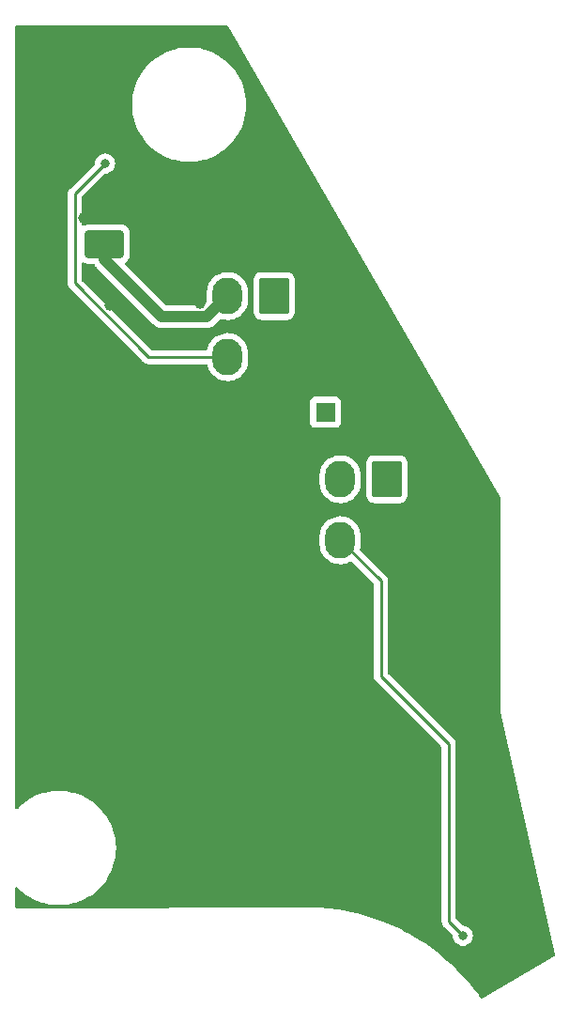
<source format=gbr>
%TF.GenerationSoftware,KiCad,Pcbnew,(6.0.9)*%
%TF.CreationDate,2023-04-01T14:25:18-08:00*%
%TF.ProjectId,LDG WING FOLD PLACARD,4c444720-5749-44e4-9720-464f4c442050,3*%
%TF.SameCoordinates,Original*%
%TF.FileFunction,Copper,L2,Bot*%
%TF.FilePolarity,Positive*%
%FSLAX46Y46*%
G04 Gerber Fmt 4.6, Leading zero omitted, Abs format (unit mm)*
G04 Created by KiCad (PCBNEW (6.0.9)) date 2023-04-01 14:25:18*
%MOMM*%
%LPD*%
G01*
G04 APERTURE LIST*
G04 Aperture macros list*
%AMRoundRect*
0 Rectangle with rounded corners*
0 $1 Rounding radius*
0 $2 $3 $4 $5 $6 $7 $8 $9 X,Y pos of 4 corners*
0 Add a 4 corners polygon primitive as box body*
4,1,4,$2,$3,$4,$5,$6,$7,$8,$9,$2,$3,0*
0 Add four circle primitives for the rounded corners*
1,1,$1+$1,$2,$3*
1,1,$1+$1,$4,$5*
1,1,$1+$1,$6,$7*
1,1,$1+$1,$8,$9*
0 Add four rect primitives between the rounded corners*
20,1,$1+$1,$2,$3,$4,$5,0*
20,1,$1+$1,$4,$5,$6,$7,0*
20,1,$1+$1,$6,$7,$8,$9,0*
20,1,$1+$1,$8,$9,$2,$3,0*%
G04 Aperture macros list end*
%TA.AperFunction,SMDPad,CuDef*%
%ADD10RoundRect,0.250000X-1.500000X-1.000000X1.500000X-1.000000X1.500000X1.000000X-1.500000X1.000000X0*%
%TD*%
%TA.AperFunction,ComponentPad*%
%ADD11C,1.800000*%
%TD*%
%TA.AperFunction,ComponentPad*%
%ADD12R,1.800000X1.800000*%
%TD*%
%TA.AperFunction,ComponentPad*%
%ADD13O,2.700000X3.300000*%
%TD*%
%TA.AperFunction,ComponentPad*%
%ADD14RoundRect,0.250001X1.099999X1.399999X-1.099999X1.399999X-1.099999X-1.399999X1.099999X-1.399999X0*%
%TD*%
%TA.AperFunction,ViaPad*%
%ADD15C,1.000000*%
%TD*%
%TA.AperFunction,ViaPad*%
%ADD16C,0.800000*%
%TD*%
%TA.AperFunction,Conductor*%
%ADD17C,1.000000*%
%TD*%
%TA.AperFunction,Conductor*%
%ADD18C,0.250000*%
%TD*%
G04 APERTURE END LIST*
D10*
%TO.P,C1,1*%
%TO.N,/LED+5V*%
X156414400Y-41554400D03*
%TO.P,C1,2*%
%TO.N,/LEDGND*%
X162914400Y-41554400D03*
%TD*%
D11*
%TO.P,D1,2,A*%
%TO.N,/LEDGND*%
X178865000Y-56700000D03*
D12*
%TO.P,D1,1,K*%
%TO.N,Net-(D1-Pad1)*%
X176325000Y-56700000D03*
%TD*%
D13*
%TO.P,J1,4,Pin_4*%
%TO.N,/DATAIN*%
X167504000Y-51728000D03*
%TO.P,J1,3,Pin_3*%
%TO.N,/LEDGND*%
X171704000Y-51728000D03*
%TO.P,J1,2,Pin_2*%
%TO.N,/LED+5V*%
X167504000Y-46228000D03*
D14*
%TO.P,J1,1,Pin_1*%
X171704000Y-46228000D03*
%TD*%
%TO.P,J2,1,Pin_1*%
%TO.N,/LED+5V*%
X181864000Y-62738000D03*
D13*
%TO.P,J2,2,Pin_2*%
X177664000Y-62738000D03*
%TO.P,J2,3,Pin_3*%
%TO.N,/LEDGND*%
X181864000Y-68238000D03*
%TO.P,J2,4,Pin_4*%
%TO.N,/DATAOUT*%
X177664000Y-68238000D03*
%TD*%
D15*
%TO.N,/LEDGND*%
X157020000Y-53730000D03*
X164280000Y-53830000D03*
X164460000Y-61180000D03*
X157210000Y-61110000D03*
X154545000Y-39217600D03*
X162190000Y-39730000D03*
X170140000Y-60020000D03*
X153870000Y-79060000D03*
X157300000Y-69750000D03*
X161800000Y-78960000D03*
X158800000Y-87980000D03*
X178050000Y-78820000D03*
X186725000Y-77045000D03*
X170110000Y-79060000D03*
X165550000Y-69050000D03*
X164980000Y-46910000D03*
X184050000Y-88200000D03*
X169570000Y-39750000D03*
X173760000Y-69600000D03*
X194070000Y-105350000D03*
X156930000Y-47050000D03*
X178480000Y-98580000D03*
X166760000Y-87900000D03*
X175540000Y-87960000D03*
D16*
%TO.N,/DATAIN*%
X156464000Y-34290000D03*
%TO.N,/DATAOUT*%
X188722000Y-103886000D03*
%TD*%
D17*
%TO.N,/LED+5V*%
X165621999Y-48110001D02*
X167504000Y-46228000D01*
X156414400Y-42939400D02*
X161585001Y-48110001D01*
X156414400Y-41554400D02*
X156414400Y-42939400D01*
X161585001Y-48110001D02*
X165621999Y-48110001D01*
D18*
%TO.N,/DATAIN*%
X156464000Y-34290000D02*
X156464000Y-34290000D01*
X160386998Y-51728000D02*
X167504000Y-51728000D01*
X153719999Y-37034001D02*
X153719999Y-45061001D01*
X156464000Y-34290000D02*
X153719999Y-37034001D01*
X153719999Y-45061001D02*
X160386998Y-51728000D01*
%TO.N,/DATAOUT*%
X188722000Y-103886000D02*
X188722000Y-103886000D01*
X187452000Y-86614000D02*
X187452000Y-102616000D01*
X181325000Y-80487000D02*
X187452000Y-86614000D01*
X181325000Y-71899000D02*
X177664000Y-68238000D01*
X187452000Y-102616000D02*
X188722000Y-103886000D01*
X181325000Y-80487000D02*
X181325000Y-71899000D01*
%TD*%
%TA.AperFunction,Conductor*%
%TO.N,/LEDGND*%
G36*
X167551265Y-21893049D02*
G01*
X167592263Y-21936047D01*
X174611545Y-34093794D01*
X192044396Y-64288364D01*
X192089105Y-64365803D01*
X192105986Y-64428803D01*
X192105986Y-83524691D01*
X192104574Y-83537558D01*
X192104893Y-83537582D01*
X192104208Y-83546525D01*
X192102259Y-83555292D01*
X192102849Y-83564251D01*
X192105714Y-83607752D01*
X192105986Y-83616032D01*
X192105986Y-83631051D01*
X192106621Y-83635488D01*
X192106622Y-83635498D01*
X192107641Y-83642613D01*
X192108640Y-83652185D01*
X192109614Y-83666968D01*
X192110679Y-83671723D01*
X192112745Y-83680953D01*
X192114517Y-83690618D01*
X192121406Y-83738725D01*
X192125119Y-83746891D01*
X192126384Y-83751217D01*
X192132674Y-83769972D01*
X194665648Y-95084549D01*
X197014630Y-105577252D01*
X197009992Y-105648097D01*
X196967790Y-105705188D01*
X196955398Y-105713475D01*
X190559027Y-109463071D01*
X190497078Y-109499386D01*
X190428195Y-109516580D01*
X190360951Y-109493804D01*
X190330224Y-109463071D01*
X190186255Y-109257947D01*
X190186252Y-109257943D01*
X190185473Y-109256833D01*
X189669107Y-108584996D01*
X189124133Y-107936149D01*
X188678509Y-107449991D01*
X188552501Y-107312522D01*
X188552494Y-107312515D01*
X188551574Y-107311511D01*
X188550628Y-107310564D01*
X188550612Y-107310548D01*
X188147335Y-106907146D01*
X187952502Y-106712252D01*
X187951508Y-106711340D01*
X187951491Y-106711324D01*
X187329055Y-106140426D01*
X187329052Y-106140423D01*
X187328042Y-106139497D01*
X186679366Y-105594321D01*
X186007691Y-105077746D01*
X186006572Y-105076960D01*
X186006561Y-105076952D01*
X185315405Y-104591534D01*
X185314276Y-104590741D01*
X185025388Y-104405992D01*
X184601552Y-104134942D01*
X184601531Y-104134929D01*
X184600422Y-104134220D01*
X184183842Y-103892565D01*
X183868634Y-103709715D01*
X183868626Y-103709711D01*
X183867470Y-103709040D01*
X183507812Y-103520729D01*
X183118020Y-103316640D01*
X183118004Y-103316632D01*
X183116793Y-103315998D01*
X182349800Y-102955831D01*
X182313328Y-102940595D01*
X182125142Y-102861983D01*
X181567931Y-102629215D01*
X181566688Y-102628758D01*
X181566673Y-102628752D01*
X180773906Y-102337225D01*
X180773886Y-102337218D01*
X180772651Y-102336764D01*
X179965453Y-102079025D01*
X179964143Y-102078668D01*
X179964128Y-102078664D01*
X179487899Y-101949040D01*
X179147851Y-101856482D01*
X179134192Y-101853393D01*
X178322716Y-101669855D01*
X178322699Y-101669851D01*
X178321379Y-101669553D01*
X178320026Y-101669308D01*
X178320021Y-101669307D01*
X177996461Y-101610724D01*
X177487588Y-101518588D01*
X176648042Y-101403870D01*
X176646724Y-101403748D01*
X176646700Y-101403745D01*
X175826619Y-101327684D01*
X175820559Y-101326914D01*
X175816871Y-101326021D01*
X175812030Y-101325618D01*
X175812029Y-101325618D01*
X175811339Y-101325561D01*
X175804361Y-101324980D01*
X175799510Y-101325327D01*
X175799506Y-101325327D01*
X175753019Y-101328653D01*
X175744318Y-101328974D01*
X148462790Y-101391794D01*
X148394624Y-101371949D01*
X148348007Y-101318400D01*
X148336500Y-101265794D01*
X148336500Y-99608366D01*
X148356502Y-99540245D01*
X148410158Y-99493752D01*
X148480432Y-99483648D01*
X148545012Y-99513142D01*
X148555397Y-99523242D01*
X148646426Y-99622583D01*
X148648446Y-99624434D01*
X148975991Y-99924573D01*
X148975999Y-99924580D01*
X148978027Y-99926438D01*
X148980219Y-99928120D01*
X149332668Y-100198565D01*
X149332680Y-100198573D01*
X149334848Y-100200237D01*
X149714175Y-100441895D01*
X150113120Y-100649572D01*
X150528647Y-100821690D01*
X150802010Y-100907881D01*
X150954971Y-100956109D01*
X150954978Y-100956111D01*
X150957595Y-100956936D01*
X150960280Y-100957531D01*
X150960279Y-100957531D01*
X151393999Y-101053685D01*
X151394002Y-101053686D01*
X151396697Y-101054283D01*
X151399427Y-101054642D01*
X151399436Y-101054644D01*
X151619655Y-101083636D01*
X151842613Y-101112989D01*
X152111404Y-101124724D01*
X152174996Y-101127501D01*
X152175001Y-101127501D01*
X152176373Y-101127561D01*
X152407523Y-101127561D01*
X152408895Y-101127501D01*
X152408900Y-101127501D01*
X152472492Y-101124724D01*
X152741283Y-101112989D01*
X152964241Y-101083636D01*
X153184460Y-101054644D01*
X153184469Y-101054642D01*
X153187199Y-101054283D01*
X153189894Y-101053686D01*
X153189897Y-101053685D01*
X153623617Y-100957531D01*
X153623616Y-100957531D01*
X153626301Y-100956936D01*
X153628918Y-100956111D01*
X153628925Y-100956109D01*
X153781886Y-100907881D01*
X154055249Y-100821690D01*
X154470776Y-100649572D01*
X154869721Y-100441895D01*
X155249048Y-100200237D01*
X155251216Y-100198573D01*
X155251228Y-100198565D01*
X155603677Y-99928120D01*
X155605869Y-99926438D01*
X155607897Y-99924580D01*
X155607905Y-99924573D01*
X155935450Y-99624434D01*
X155937470Y-99622583D01*
X156037754Y-99513142D01*
X156239460Y-99293018D01*
X156239467Y-99293010D01*
X156241325Y-99290982D01*
X156247396Y-99283070D01*
X156513452Y-98936341D01*
X156513460Y-98936329D01*
X156515124Y-98934161D01*
X156756782Y-98554834D01*
X156964459Y-98155889D01*
X157136577Y-97740362D01*
X157271823Y-97311414D01*
X157369170Y-96872312D01*
X157427876Y-96426396D01*
X157447494Y-95977061D01*
X157427876Y-95527726D01*
X157369170Y-95081810D01*
X157271823Y-94642708D01*
X157136577Y-94213760D01*
X156964459Y-93798233D01*
X156756782Y-93399288D01*
X156515124Y-93019961D01*
X156513460Y-93017793D01*
X156513452Y-93017781D01*
X156243007Y-92665332D01*
X156241325Y-92663140D01*
X156239467Y-92661112D01*
X156239460Y-92661104D01*
X155939321Y-92333559D01*
X155937470Y-92331539D01*
X155935450Y-92329688D01*
X155607905Y-92029549D01*
X155607897Y-92029542D01*
X155605869Y-92027684D01*
X155603677Y-92026002D01*
X155251228Y-91755557D01*
X155251216Y-91755549D01*
X155249048Y-91753885D01*
X154869721Y-91512227D01*
X154470776Y-91304550D01*
X154055249Y-91132432D01*
X153781886Y-91046241D01*
X153628925Y-90998013D01*
X153628918Y-90998011D01*
X153626301Y-90997186D01*
X153542323Y-90978568D01*
X153189897Y-90900437D01*
X153189894Y-90900436D01*
X153187199Y-90899839D01*
X153184469Y-90899480D01*
X153184460Y-90899478D01*
X152964241Y-90870486D01*
X152741283Y-90841133D01*
X152472492Y-90829398D01*
X152408900Y-90826621D01*
X152408895Y-90826621D01*
X152407523Y-90826561D01*
X152176373Y-90826561D01*
X152175001Y-90826621D01*
X152174996Y-90826621D01*
X152111404Y-90829398D01*
X151842613Y-90841133D01*
X151619655Y-90870486D01*
X151399436Y-90899478D01*
X151399427Y-90899480D01*
X151396697Y-90899839D01*
X151394002Y-90900436D01*
X151393999Y-90900437D01*
X151041573Y-90978568D01*
X150957595Y-90997186D01*
X150954978Y-90998011D01*
X150954971Y-90998013D01*
X150802010Y-91046241D01*
X150528647Y-91132432D01*
X150113120Y-91304550D01*
X149714175Y-91512227D01*
X149334848Y-91753885D01*
X149332680Y-91755549D01*
X149332668Y-91755557D01*
X148980219Y-92026002D01*
X148978027Y-92027684D01*
X148975999Y-92029542D01*
X148975991Y-92029549D01*
X148648446Y-92329688D01*
X148646426Y-92331539D01*
X148644575Y-92333559D01*
X148555397Y-92430880D01*
X148494628Y-92467591D01*
X148423659Y-92465620D01*
X148365022Y-92425593D01*
X148337333Y-92360218D01*
X148336500Y-92345756D01*
X148336500Y-68606512D01*
X175805500Y-68606512D01*
X175820047Y-68807004D01*
X175821031Y-68811459D01*
X175821031Y-68811462D01*
X175859196Y-68984322D01*
X175878194Y-69070372D01*
X175973750Y-69322588D01*
X176104714Y-69558368D01*
X176268343Y-69772773D01*
X176461208Y-69961312D01*
X176679270Y-70120034D01*
X176733273Y-70148446D01*
X176913921Y-70243490D01*
X176913927Y-70243493D01*
X176917961Y-70245615D01*
X176922266Y-70247135D01*
X176922270Y-70247137D01*
X177167967Y-70333902D01*
X177172280Y-70335425D01*
X177300032Y-70360605D01*
X177432428Y-70386700D01*
X177432434Y-70386701D01*
X177436900Y-70387581D01*
X177441453Y-70387808D01*
X177441456Y-70387808D01*
X177701708Y-70400764D01*
X177701714Y-70400764D01*
X177706277Y-70400991D01*
X177974769Y-70375375D01*
X177979203Y-70374290D01*
X177979209Y-70374289D01*
X178232312Y-70312355D01*
X178236750Y-70311269D01*
X178486733Y-70210015D01*
X178562580Y-70165605D01*
X178631471Y-70148446D01*
X178698704Y-70171257D01*
X178715339Y-70185243D01*
X180654595Y-72124500D01*
X180688621Y-72186812D01*
X180691500Y-72213595D01*
X180691500Y-80408233D01*
X180690973Y-80419416D01*
X180689298Y-80426909D01*
X180689547Y-80434835D01*
X180689547Y-80434836D01*
X180691438Y-80494986D01*
X180691500Y-80498945D01*
X180691500Y-80526856D01*
X180691997Y-80530790D01*
X180691997Y-80530791D01*
X180692005Y-80530856D01*
X180692938Y-80542693D01*
X180694327Y-80586889D01*
X180699978Y-80606339D01*
X180703987Y-80625700D01*
X180706526Y-80645797D01*
X180709445Y-80653168D01*
X180709445Y-80653170D01*
X180722804Y-80686912D01*
X180726649Y-80698142D01*
X180738982Y-80740593D01*
X180743015Y-80747412D01*
X180743017Y-80747417D01*
X180749293Y-80758028D01*
X180757988Y-80775776D01*
X180765448Y-80794617D01*
X180770110Y-80801033D01*
X180770110Y-80801034D01*
X180791436Y-80830387D01*
X180797952Y-80840307D01*
X180820458Y-80878362D01*
X180834779Y-80892683D01*
X180847619Y-80907716D01*
X180859528Y-80924107D01*
X180865634Y-80929158D01*
X180893605Y-80952298D01*
X180902384Y-80960288D01*
X186781595Y-86839499D01*
X186815621Y-86901811D01*
X186818500Y-86928594D01*
X186818500Y-102537233D01*
X186817973Y-102548416D01*
X186816298Y-102555909D01*
X186816547Y-102563835D01*
X186816547Y-102563836D01*
X186818438Y-102623986D01*
X186818500Y-102627945D01*
X186818500Y-102655856D01*
X186818997Y-102659790D01*
X186818997Y-102659791D01*
X186819005Y-102659856D01*
X186819938Y-102671693D01*
X186821327Y-102715889D01*
X186826978Y-102735339D01*
X186830987Y-102754700D01*
X186833526Y-102774797D01*
X186836445Y-102782168D01*
X186836445Y-102782170D01*
X186849804Y-102815912D01*
X186853649Y-102827142D01*
X186865982Y-102869593D01*
X186870015Y-102876412D01*
X186870017Y-102876417D01*
X186876293Y-102887028D01*
X186884988Y-102904776D01*
X186892448Y-102923617D01*
X186897110Y-102930033D01*
X186897110Y-102930034D01*
X186918436Y-102959387D01*
X186924952Y-102969307D01*
X186947458Y-103007362D01*
X186961779Y-103021683D01*
X186974619Y-103036716D01*
X186986528Y-103053107D01*
X187020605Y-103081298D01*
X187029384Y-103089288D01*
X187774878Y-103834782D01*
X187808904Y-103897094D01*
X187811092Y-103910703D01*
X187828458Y-104075928D01*
X187887473Y-104257556D01*
X187982960Y-104422944D01*
X188110747Y-104564866D01*
X188265248Y-104677118D01*
X188271276Y-104679802D01*
X188271278Y-104679803D01*
X188433681Y-104752109D01*
X188439712Y-104754794D01*
X188533112Y-104774647D01*
X188620056Y-104793128D01*
X188620061Y-104793128D01*
X188626513Y-104794500D01*
X188817487Y-104794500D01*
X188823939Y-104793128D01*
X188823944Y-104793128D01*
X188910888Y-104774647D01*
X189004288Y-104754794D01*
X189010319Y-104752109D01*
X189172722Y-104679803D01*
X189172724Y-104679802D01*
X189178752Y-104677118D01*
X189333253Y-104564866D01*
X189461040Y-104422944D01*
X189556527Y-104257556D01*
X189615542Y-104075928D01*
X189635504Y-103886000D01*
X189615542Y-103696072D01*
X189556527Y-103514444D01*
X189461040Y-103349056D01*
X189431275Y-103315998D01*
X189337675Y-103212045D01*
X189337674Y-103212044D01*
X189333253Y-103207134D01*
X189178752Y-103094882D01*
X189172724Y-103092198D01*
X189172722Y-103092197D01*
X189010319Y-103019891D01*
X189010318Y-103019891D01*
X189004288Y-103017206D01*
X188910887Y-102997353D01*
X188823944Y-102978872D01*
X188823939Y-102978872D01*
X188817487Y-102977500D01*
X188761595Y-102977500D01*
X188693474Y-102957498D01*
X188672500Y-102940595D01*
X188122405Y-102390500D01*
X188088379Y-102328188D01*
X188085500Y-102301405D01*
X188085500Y-86692763D01*
X188086027Y-86681579D01*
X188087701Y-86674091D01*
X188085562Y-86606032D01*
X188085500Y-86602075D01*
X188085500Y-86574144D01*
X188084994Y-86570138D01*
X188084061Y-86558292D01*
X188082922Y-86522037D01*
X188082673Y-86514110D01*
X188077022Y-86494658D01*
X188073014Y-86475306D01*
X188071468Y-86463068D01*
X188071467Y-86463066D01*
X188070474Y-86455203D01*
X188054194Y-86414086D01*
X188050359Y-86402885D01*
X188038018Y-86360406D01*
X188033985Y-86353587D01*
X188033983Y-86353582D01*
X188027707Y-86342971D01*
X188019010Y-86325221D01*
X188011552Y-86306383D01*
X187985571Y-86270623D01*
X187979053Y-86260701D01*
X187960578Y-86229460D01*
X187960574Y-86229455D01*
X187956542Y-86222637D01*
X187942218Y-86208313D01*
X187929376Y-86193278D01*
X187917472Y-86176893D01*
X187883406Y-86148711D01*
X187874627Y-86140722D01*
X181995405Y-80261500D01*
X181961379Y-80199188D01*
X181958500Y-80172405D01*
X181958500Y-71977767D01*
X181959027Y-71966584D01*
X181960702Y-71959091D01*
X181958562Y-71891000D01*
X181958500Y-71887043D01*
X181958500Y-71859144D01*
X181957996Y-71855153D01*
X181957063Y-71843311D01*
X181955923Y-71807036D01*
X181955674Y-71799111D01*
X181953462Y-71791497D01*
X181953461Y-71791492D01*
X181950023Y-71779659D01*
X181946012Y-71760295D01*
X181944467Y-71748064D01*
X181943474Y-71740203D01*
X181940557Y-71732836D01*
X181940556Y-71732831D01*
X181927198Y-71699092D01*
X181923354Y-71687865D01*
X181913230Y-71653022D01*
X181911018Y-71645407D01*
X181900707Y-71627972D01*
X181892012Y-71610224D01*
X181884552Y-71591383D01*
X181858564Y-71555613D01*
X181852048Y-71545693D01*
X181833580Y-71514465D01*
X181833578Y-71514462D01*
X181829542Y-71507638D01*
X181815221Y-71493317D01*
X181802380Y-71478283D01*
X181795131Y-71468306D01*
X181790472Y-71461893D01*
X181756395Y-71433702D01*
X181747616Y-71425712D01*
X179487030Y-69165125D01*
X179453004Y-69102813D01*
X179456394Y-69036780D01*
X179459317Y-69027863D01*
X179472118Y-68988814D01*
X179472898Y-68984322D01*
X179517601Y-68726860D01*
X179517602Y-68726852D01*
X179518257Y-68723079D01*
X179522500Y-68637851D01*
X179522500Y-67869488D01*
X179507953Y-67668996D01*
X179506969Y-67664538D01*
X179450791Y-67410088D01*
X179450790Y-67410084D01*
X179449806Y-67405628D01*
X179402028Y-67279520D01*
X179355868Y-67157682D01*
X179355867Y-67157679D01*
X179354250Y-67153412D01*
X179223286Y-66917632D01*
X179141472Y-66810430D01*
X179062429Y-66706859D01*
X179062428Y-66706858D01*
X179059657Y-66703227D01*
X178866792Y-66514688D01*
X178648730Y-66355966D01*
X178548969Y-66303479D01*
X178414079Y-66232510D01*
X178414073Y-66232507D01*
X178410039Y-66230385D01*
X178405734Y-66228865D01*
X178405730Y-66228863D01*
X178160033Y-66142098D01*
X178160032Y-66142098D01*
X178155720Y-66140575D01*
X178027968Y-66115395D01*
X177895572Y-66089300D01*
X177895566Y-66089299D01*
X177891100Y-66088419D01*
X177886547Y-66088192D01*
X177886544Y-66088192D01*
X177626292Y-66075236D01*
X177626286Y-66075236D01*
X177621723Y-66075009D01*
X177353231Y-66100625D01*
X177348797Y-66101710D01*
X177348791Y-66101711D01*
X177095688Y-66163645D01*
X177091250Y-66164731D01*
X176841267Y-66265985D01*
X176608518Y-66402265D01*
X176397881Y-66570716D01*
X176213766Y-66767809D01*
X176060032Y-66989416D01*
X175939899Y-67230894D01*
X175855882Y-67487186D01*
X175855102Y-67491677D01*
X175855102Y-67491678D01*
X175823525Y-67673547D01*
X175809743Y-67752921D01*
X175805500Y-67838149D01*
X175805500Y-68606512D01*
X148336500Y-68606512D01*
X148336500Y-63106512D01*
X175805500Y-63106512D01*
X175820047Y-63307004D01*
X175821031Y-63311459D01*
X175821031Y-63311462D01*
X175859196Y-63484322D01*
X175878194Y-63570372D01*
X175879812Y-63574642D01*
X175945944Y-63749194D01*
X175973750Y-63822588D01*
X175975967Y-63826579D01*
X176086874Y-64026249D01*
X176104714Y-64058368D01*
X176169476Y-64143227D01*
X176221608Y-64211535D01*
X176268343Y-64272773D01*
X176271609Y-64275966D01*
X176271611Y-64275968D01*
X176363508Y-64365803D01*
X176461208Y-64461312D01*
X176679270Y-64620034D01*
X176779031Y-64672521D01*
X176913921Y-64743490D01*
X176913927Y-64743493D01*
X176917961Y-64745615D01*
X176922266Y-64747135D01*
X176922270Y-64747137D01*
X177155643Y-64829550D01*
X177172280Y-64835425D01*
X177300032Y-64860605D01*
X177432428Y-64886700D01*
X177432434Y-64886701D01*
X177436900Y-64887581D01*
X177441453Y-64887808D01*
X177441456Y-64887808D01*
X177701708Y-64900764D01*
X177701714Y-64900764D01*
X177706277Y-64900991D01*
X177974769Y-64875375D01*
X177979203Y-64874290D01*
X177979209Y-64874289D01*
X178232312Y-64812355D01*
X178236750Y-64811269D01*
X178486733Y-64710015D01*
X178719482Y-64573735D01*
X178930119Y-64405284D01*
X179114234Y-64208191D01*
X179127963Y-64188400D01*
X180005500Y-64188400D01*
X180005837Y-64191646D01*
X180005837Y-64191650D01*
X180013878Y-64269141D01*
X180016474Y-64294165D01*
X180072450Y-64461945D01*
X180165522Y-64612348D01*
X180290697Y-64737305D01*
X180296927Y-64741145D01*
X180296928Y-64741146D01*
X180434090Y-64825694D01*
X180441262Y-64830115D01*
X180521005Y-64856564D01*
X180602611Y-64883632D01*
X180602613Y-64883632D01*
X180609139Y-64885797D01*
X180615975Y-64886497D01*
X180615978Y-64886498D01*
X180659031Y-64890909D01*
X180713600Y-64896500D01*
X183014400Y-64896500D01*
X183017646Y-64896163D01*
X183017650Y-64896163D01*
X183113307Y-64886238D01*
X183113311Y-64886237D01*
X183120165Y-64885526D01*
X183126701Y-64883345D01*
X183126703Y-64883345D01*
X183267689Y-64836308D01*
X183287945Y-64829550D01*
X183438348Y-64736478D01*
X183563305Y-64611303D01*
X183567146Y-64605072D01*
X183652275Y-64466968D01*
X183652276Y-64466966D01*
X183656115Y-64460738D01*
X183711797Y-64292861D01*
X183714228Y-64269141D01*
X183719029Y-64222278D01*
X183722500Y-64188400D01*
X183722500Y-61287600D01*
X183720100Y-61264465D01*
X183712238Y-61188693D01*
X183712237Y-61188689D01*
X183711526Y-61181835D01*
X183655550Y-61014055D01*
X183562478Y-60863652D01*
X183437303Y-60738695D01*
X183421353Y-60728863D01*
X183292968Y-60649725D01*
X183292966Y-60649724D01*
X183286738Y-60645885D01*
X183150283Y-60600625D01*
X183125389Y-60592368D01*
X183125387Y-60592368D01*
X183118861Y-60590203D01*
X183112025Y-60589503D01*
X183112022Y-60589502D01*
X183068969Y-60585091D01*
X183014400Y-60579500D01*
X180713600Y-60579500D01*
X180710354Y-60579837D01*
X180710350Y-60579837D01*
X180614693Y-60589762D01*
X180614689Y-60589763D01*
X180607835Y-60590474D01*
X180601299Y-60592655D01*
X180601297Y-60592655D01*
X180469195Y-60636728D01*
X180440055Y-60646450D01*
X180289652Y-60739522D01*
X180164695Y-60864697D01*
X180160855Y-60870927D01*
X180160854Y-60870928D01*
X180141538Y-60902265D01*
X180071885Y-61015262D01*
X180016203Y-61183139D01*
X180015503Y-61189975D01*
X180015502Y-61189978D01*
X180011091Y-61233031D01*
X180005500Y-61287600D01*
X180005500Y-64188400D01*
X179127963Y-64188400D01*
X179267968Y-63986584D01*
X179388101Y-63745106D01*
X179472118Y-63488814D01*
X179472898Y-63484322D01*
X179517601Y-63226860D01*
X179517602Y-63226852D01*
X179518257Y-63223079D01*
X179522500Y-63137851D01*
X179522500Y-62369488D01*
X179507953Y-62168996D01*
X179506969Y-62164538D01*
X179450791Y-61910088D01*
X179450790Y-61910084D01*
X179449806Y-61905628D01*
X179402028Y-61779520D01*
X179355868Y-61657682D01*
X179355867Y-61657679D01*
X179354250Y-61653412D01*
X179223286Y-61417632D01*
X179121568Y-61284350D01*
X179062429Y-61206859D01*
X179062428Y-61206858D01*
X179059657Y-61203227D01*
X179032431Y-61176611D01*
X178927523Y-61074057D01*
X178866792Y-61014688D01*
X178648730Y-60855966D01*
X178548969Y-60803479D01*
X178414079Y-60732510D01*
X178414073Y-60732507D01*
X178410039Y-60730385D01*
X178405734Y-60728865D01*
X178405730Y-60728863D01*
X178160033Y-60642098D01*
X178160032Y-60642098D01*
X178155720Y-60640575D01*
X178027968Y-60615395D01*
X177895572Y-60589300D01*
X177895566Y-60589299D01*
X177891100Y-60588419D01*
X177886547Y-60588192D01*
X177886544Y-60588192D01*
X177626292Y-60575236D01*
X177626286Y-60575236D01*
X177621723Y-60575009D01*
X177353231Y-60600625D01*
X177348797Y-60601710D01*
X177348791Y-60601711D01*
X177150200Y-60650306D01*
X177091250Y-60664731D01*
X176841267Y-60765985D01*
X176608518Y-60902265D01*
X176397881Y-61070716D01*
X176213766Y-61267809D01*
X176060032Y-61489416D01*
X175939899Y-61730894D01*
X175855882Y-61987186D01*
X175855102Y-61991677D01*
X175855102Y-61991678D01*
X175823525Y-62173547D01*
X175809743Y-62252921D01*
X175805500Y-62338149D01*
X175805500Y-63106512D01*
X148336500Y-63106512D01*
X148336500Y-57648134D01*
X174916500Y-57648134D01*
X174923255Y-57710316D01*
X174974385Y-57846705D01*
X175061739Y-57963261D01*
X175178295Y-58050615D01*
X175314684Y-58101745D01*
X175376866Y-58108500D01*
X177273134Y-58108500D01*
X177335316Y-58101745D01*
X177471705Y-58050615D01*
X177588261Y-57963261D01*
X177675615Y-57846705D01*
X177726745Y-57710316D01*
X177733500Y-57648134D01*
X177733500Y-55751866D01*
X177726745Y-55689684D01*
X177675615Y-55553295D01*
X177588261Y-55436739D01*
X177471705Y-55349385D01*
X177335316Y-55298255D01*
X177273134Y-55291500D01*
X175376866Y-55291500D01*
X175314684Y-55298255D01*
X175178295Y-55349385D01*
X175061739Y-55436739D01*
X174974385Y-55553295D01*
X174923255Y-55689684D01*
X174916500Y-55751866D01*
X174916500Y-57648134D01*
X148336500Y-57648134D01*
X148336500Y-37013944D01*
X153081779Y-37013944D01*
X153082525Y-37021836D01*
X153085940Y-37057962D01*
X153086499Y-37069820D01*
X153086499Y-44982234D01*
X153085972Y-44993417D01*
X153084297Y-45000910D01*
X153084546Y-45008836D01*
X153084546Y-45008837D01*
X153086437Y-45068987D01*
X153086499Y-45072946D01*
X153086499Y-45100857D01*
X153086996Y-45104791D01*
X153086996Y-45104792D01*
X153087004Y-45104857D01*
X153087937Y-45116694D01*
X153089326Y-45160890D01*
X153094977Y-45180340D01*
X153098986Y-45199701D01*
X153101525Y-45219798D01*
X153104444Y-45227169D01*
X153104444Y-45227171D01*
X153117803Y-45260913D01*
X153121648Y-45272143D01*
X153133981Y-45314594D01*
X153138014Y-45321413D01*
X153138016Y-45321418D01*
X153144292Y-45332029D01*
X153152987Y-45349777D01*
X153160447Y-45368618D01*
X153165109Y-45375034D01*
X153165109Y-45375035D01*
X153186435Y-45404388D01*
X153192951Y-45414308D01*
X153215457Y-45452363D01*
X153229778Y-45466684D01*
X153242618Y-45481717D01*
X153254527Y-45498108D01*
X153260633Y-45503159D01*
X153288604Y-45526299D01*
X153297383Y-45534289D01*
X159883341Y-52120247D01*
X159890885Y-52128537D01*
X159894998Y-52135018D01*
X159900775Y-52140443D01*
X159944665Y-52181658D01*
X159947507Y-52184413D01*
X159967228Y-52204134D01*
X159970423Y-52206612D01*
X159979445Y-52214318D01*
X160011677Y-52244586D01*
X160018626Y-52248406D01*
X160029430Y-52254346D01*
X160045954Y-52265199D01*
X160061957Y-52277613D01*
X160102541Y-52295176D01*
X160113171Y-52300383D01*
X160151938Y-52321695D01*
X160159615Y-52323666D01*
X160159620Y-52323668D01*
X160171556Y-52326732D01*
X160190264Y-52333137D01*
X160208853Y-52341181D01*
X160216678Y-52342420D01*
X160216680Y-52342421D01*
X160252517Y-52348097D01*
X160264138Y-52350504D01*
X160299287Y-52359528D01*
X160306968Y-52361500D01*
X160327229Y-52361500D01*
X160346938Y-52363051D01*
X160366941Y-52366219D01*
X160374833Y-52365473D01*
X160380060Y-52364979D01*
X160410952Y-52362059D01*
X160422809Y-52361500D01*
X165573071Y-52361500D01*
X165641192Y-52381502D01*
X165687685Y-52435158D01*
X165696108Y-52460336D01*
X165718194Y-52560372D01*
X165719812Y-52564642D01*
X165785944Y-52739194D01*
X165813750Y-52812588D01*
X165944714Y-53048368D01*
X165947486Y-53052000D01*
X166061608Y-53201535D01*
X166108343Y-53262773D01*
X166301208Y-53451312D01*
X166519270Y-53610034D01*
X166619031Y-53662521D01*
X166753921Y-53733490D01*
X166753927Y-53733493D01*
X166757961Y-53735615D01*
X166762266Y-53737135D01*
X166762270Y-53737137D01*
X167007967Y-53823902D01*
X167012280Y-53825425D01*
X167140032Y-53850605D01*
X167272428Y-53876700D01*
X167272434Y-53876701D01*
X167276900Y-53877581D01*
X167281453Y-53877808D01*
X167281456Y-53877808D01*
X167541708Y-53890764D01*
X167541714Y-53890764D01*
X167546277Y-53890991D01*
X167814769Y-53865375D01*
X167819203Y-53864290D01*
X167819209Y-53864289D01*
X168072312Y-53802355D01*
X168076750Y-53801269D01*
X168326733Y-53700015D01*
X168559482Y-53563735D01*
X168770119Y-53395284D01*
X168954234Y-53198191D01*
X169107968Y-52976584D01*
X169228101Y-52735106D01*
X169312118Y-52478814D01*
X169332487Y-52361500D01*
X169357601Y-52216860D01*
X169357602Y-52216852D01*
X169358257Y-52213079D01*
X169362500Y-52127851D01*
X169362500Y-51359488D01*
X169347953Y-51158996D01*
X169346969Y-51154538D01*
X169290791Y-50900088D01*
X169290790Y-50900084D01*
X169289806Y-50895628D01*
X169242028Y-50769520D01*
X169195868Y-50647682D01*
X169195867Y-50647679D01*
X169194250Y-50643412D01*
X169063286Y-50407632D01*
X168981472Y-50300430D01*
X168902429Y-50196859D01*
X168902428Y-50196858D01*
X168899657Y-50193227D01*
X168706792Y-50004688D01*
X168488730Y-49845966D01*
X168388969Y-49793479D01*
X168254079Y-49722510D01*
X168254073Y-49722507D01*
X168250039Y-49720385D01*
X168245734Y-49718865D01*
X168245730Y-49718863D01*
X168000033Y-49632098D01*
X168000032Y-49632098D01*
X167995720Y-49630575D01*
X167867968Y-49605395D01*
X167735572Y-49579300D01*
X167735566Y-49579299D01*
X167731100Y-49578419D01*
X167726547Y-49578192D01*
X167726544Y-49578192D01*
X167466292Y-49565236D01*
X167466286Y-49565236D01*
X167461723Y-49565009D01*
X167193231Y-49590625D01*
X167188797Y-49591710D01*
X167188791Y-49591711D01*
X166935688Y-49653645D01*
X166931250Y-49654731D01*
X166681267Y-49755985D01*
X166448518Y-49892265D01*
X166237881Y-50060716D01*
X166053766Y-50257809D01*
X165900032Y-50479416D01*
X165779899Y-50720894D01*
X165695882Y-50977186D01*
X165695103Y-50981674D01*
X165695100Y-50981685D01*
X165693648Y-50990051D01*
X165662290Y-51053747D01*
X165601473Y-51090377D01*
X165569505Y-51094500D01*
X160701593Y-51094500D01*
X160633472Y-51074498D01*
X160612498Y-51057595D01*
X154390404Y-44835501D01*
X154356378Y-44773189D01*
X154353499Y-44746406D01*
X154353499Y-43325391D01*
X154373501Y-43257270D01*
X154427157Y-43210777D01*
X154497431Y-43200673D01*
X154545615Y-43218131D01*
X154591662Y-43246515D01*
X154624088Y-43257270D01*
X154753011Y-43300032D01*
X154753013Y-43300032D01*
X154759539Y-43302197D01*
X154766375Y-43302897D01*
X154766378Y-43302898D01*
X154809431Y-43307309D01*
X154864000Y-43312900D01*
X155395039Y-43312900D01*
X155463160Y-43332902D01*
X155506292Y-43379750D01*
X155521132Y-43407662D01*
X155521743Y-43408826D01*
X155564508Y-43491326D01*
X155567831Y-43495489D01*
X155570334Y-43500196D01*
X155629155Y-43572318D01*
X155629846Y-43573174D01*
X155661138Y-43612373D01*
X155663642Y-43614877D01*
X155664284Y-43615595D01*
X155667985Y-43619928D01*
X155695335Y-43653462D01*
X155700082Y-43657389D01*
X155700084Y-43657391D01*
X155730662Y-43682687D01*
X155739442Y-43690677D01*
X160828146Y-48779380D01*
X160837248Y-48789523D01*
X160860969Y-48819026D01*
X160872934Y-48829066D01*
X160899422Y-48851292D01*
X160903070Y-48854473D01*
X160904882Y-48856116D01*
X160907076Y-48858310D01*
X160940350Y-48885643D01*
X160941148Y-48886305D01*
X161012475Y-48946155D01*
X161017145Y-48948723D01*
X161021262Y-48952104D01*
X161041080Y-48962730D01*
X161103087Y-48995978D01*
X161104246Y-48996607D01*
X161180382Y-49038463D01*
X161180390Y-49038466D01*
X161185788Y-49041434D01*
X161190870Y-49043046D01*
X161195564Y-49045563D01*
X161284532Y-49072763D01*
X161285560Y-49073083D01*
X161374307Y-49101236D01*
X161379603Y-49101830D01*
X161384699Y-49103388D01*
X161477258Y-49112791D01*
X161478394Y-49112912D01*
X161512009Y-49116682D01*
X161524731Y-49118109D01*
X161524735Y-49118109D01*
X161528228Y-49118501D01*
X161531755Y-49118501D01*
X161532740Y-49118556D01*
X161538420Y-49119003D01*
X161567826Y-49121990D01*
X161575338Y-49122753D01*
X161575340Y-49122753D01*
X161581463Y-49123375D01*
X161627109Y-49119060D01*
X161638968Y-49118501D01*
X165560156Y-49118501D01*
X165573763Y-49119238D01*
X165605261Y-49122660D01*
X165605266Y-49122660D01*
X165611387Y-49123325D01*
X165637637Y-49121028D01*
X165661387Y-49118951D01*
X165666213Y-49118622D01*
X165668685Y-49118501D01*
X165671768Y-49118501D01*
X165683737Y-49117327D01*
X165714505Y-49114311D01*
X165715818Y-49114189D01*
X165760083Y-49110316D01*
X165808412Y-49106088D01*
X165813531Y-49104601D01*
X165818832Y-49104081D01*
X165907833Y-49077210D01*
X165908966Y-49076875D01*
X165992413Y-49052631D01*
X165992417Y-49052629D01*
X165998335Y-49050910D01*
X166003067Y-49048457D01*
X166008168Y-49046917D01*
X166015172Y-49043193D01*
X166090259Y-49003270D01*
X166091425Y-49002658D01*
X166168452Y-48962730D01*
X166173925Y-48959893D01*
X166178088Y-48956570D01*
X166182795Y-48954067D01*
X166254917Y-48895246D01*
X166255773Y-48894555D01*
X166294972Y-48863263D01*
X166297476Y-48860759D01*
X166298194Y-48860117D01*
X166302527Y-48856416D01*
X166336061Y-48829066D01*
X166365290Y-48793734D01*
X166373271Y-48784964D01*
X166823486Y-48334748D01*
X166885799Y-48300723D01*
X166954538Y-48305034D01*
X167002208Y-48321868D01*
X167012280Y-48325425D01*
X167140032Y-48350605D01*
X167272428Y-48376700D01*
X167272434Y-48376701D01*
X167276900Y-48377581D01*
X167281453Y-48377808D01*
X167281456Y-48377808D01*
X167541708Y-48390764D01*
X167541714Y-48390764D01*
X167546277Y-48390991D01*
X167814769Y-48365375D01*
X167819203Y-48364290D01*
X167819209Y-48364289D01*
X168072312Y-48302355D01*
X168076750Y-48301269D01*
X168326733Y-48200015D01*
X168559482Y-48063735D01*
X168770119Y-47895284D01*
X168954234Y-47698191D01*
X168967963Y-47678400D01*
X169845500Y-47678400D01*
X169856474Y-47784165D01*
X169912450Y-47951945D01*
X170005522Y-48102348D01*
X170130697Y-48227305D01*
X170136927Y-48231145D01*
X170136928Y-48231146D01*
X170274090Y-48315694D01*
X170281262Y-48320115D01*
X170361005Y-48346564D01*
X170442611Y-48373632D01*
X170442613Y-48373632D01*
X170449139Y-48375797D01*
X170455975Y-48376497D01*
X170455978Y-48376498D01*
X170499031Y-48380909D01*
X170553600Y-48386500D01*
X172854400Y-48386500D01*
X172857646Y-48386163D01*
X172857650Y-48386163D01*
X172953307Y-48376238D01*
X172953311Y-48376237D01*
X172960165Y-48375526D01*
X172966701Y-48373345D01*
X172966703Y-48373345D01*
X173107689Y-48326308D01*
X173127945Y-48319550D01*
X173278348Y-48226478D01*
X173403305Y-48101303D01*
X173407146Y-48095072D01*
X173492275Y-47956968D01*
X173492276Y-47956966D01*
X173496115Y-47950738D01*
X173551797Y-47782861D01*
X173562500Y-47678400D01*
X173562500Y-44777600D01*
X173562163Y-44774350D01*
X173552238Y-44678693D01*
X173552237Y-44678689D01*
X173551526Y-44671835D01*
X173495550Y-44504055D01*
X173402478Y-44353652D01*
X173277303Y-44228695D01*
X173261353Y-44218863D01*
X173132968Y-44139725D01*
X173132966Y-44139724D01*
X173126738Y-44135885D01*
X172990283Y-44090625D01*
X172965389Y-44082368D01*
X172965387Y-44082368D01*
X172958861Y-44080203D01*
X172952025Y-44079503D01*
X172952022Y-44079502D01*
X172908969Y-44075091D01*
X172854400Y-44069500D01*
X170553600Y-44069500D01*
X170550354Y-44069837D01*
X170550350Y-44069837D01*
X170454693Y-44079762D01*
X170454689Y-44079763D01*
X170447835Y-44080474D01*
X170441299Y-44082655D01*
X170441297Y-44082655D01*
X170309195Y-44126728D01*
X170280055Y-44136450D01*
X170129652Y-44229522D01*
X170004695Y-44354697D01*
X170000855Y-44360927D01*
X170000854Y-44360928D01*
X169981538Y-44392265D01*
X169911885Y-44505262D01*
X169856203Y-44673139D01*
X169855503Y-44679975D01*
X169855502Y-44679978D01*
X169851091Y-44723031D01*
X169845500Y-44777600D01*
X169845500Y-47678400D01*
X168967963Y-47678400D01*
X169107968Y-47476584D01*
X169228101Y-47235106D01*
X169278456Y-47081499D01*
X169310698Y-46983147D01*
X169310699Y-46983141D01*
X169312118Y-46978814D01*
X169358257Y-46713079D01*
X169362500Y-46627851D01*
X169362500Y-45859488D01*
X169347953Y-45658996D01*
X169308813Y-45481718D01*
X169290791Y-45400088D01*
X169290790Y-45400084D01*
X169289806Y-45395628D01*
X169225983Y-45227171D01*
X169195868Y-45147682D01*
X169195867Y-45147679D01*
X169194250Y-45143412D01*
X169063286Y-44907632D01*
X168960682Y-44773189D01*
X168902429Y-44696859D01*
X168902428Y-44696858D01*
X168899657Y-44693227D01*
X168872431Y-44666611D01*
X168767523Y-44564057D01*
X168706792Y-44504688D01*
X168488730Y-44345966D01*
X168388969Y-44293479D01*
X168254079Y-44222510D01*
X168254073Y-44222507D01*
X168250039Y-44220385D01*
X168245734Y-44218865D01*
X168245730Y-44218863D01*
X168000033Y-44132098D01*
X168000032Y-44132098D01*
X167995720Y-44130575D01*
X167867968Y-44105395D01*
X167735572Y-44079300D01*
X167735566Y-44079299D01*
X167731100Y-44078419D01*
X167726547Y-44078192D01*
X167726544Y-44078192D01*
X167466292Y-44065236D01*
X167466286Y-44065236D01*
X167461723Y-44065009D01*
X167193231Y-44090625D01*
X167188797Y-44091710D01*
X167188791Y-44091711D01*
X166990200Y-44140306D01*
X166931250Y-44154731D01*
X166681267Y-44255985D01*
X166448518Y-44392265D01*
X166237881Y-44560716D01*
X166053766Y-44757809D01*
X165900032Y-44979416D01*
X165898001Y-44983499D01*
X165897999Y-44983502D01*
X165892730Y-44994094D01*
X165779899Y-45220894D01*
X165778478Y-45225228D01*
X165778477Y-45225231D01*
X165699325Y-45466684D01*
X165695882Y-45477186D01*
X165695102Y-45481677D01*
X165695102Y-45481678D01*
X165663525Y-45663547D01*
X165649743Y-45742921D01*
X165645500Y-45828149D01*
X165645500Y-46596512D01*
X165645665Y-46598792D01*
X165645748Y-46601074D01*
X165645078Y-46601098D01*
X165630620Y-46667879D01*
X165609068Y-46696698D01*
X165241170Y-47064596D01*
X165178858Y-47098622D01*
X165152075Y-47101501D01*
X162054926Y-47101501D01*
X161986805Y-47081499D01*
X161965831Y-47064596D01*
X160162148Y-45260913D01*
X158294543Y-43393309D01*
X158260517Y-43330997D01*
X158265582Y-43260182D01*
X158308129Y-43203346D01*
X158317335Y-43197070D01*
X158382520Y-43156732D01*
X158388748Y-43152878D01*
X158513705Y-43027703D01*
X158606515Y-42877138D01*
X158662197Y-42709261D01*
X158672900Y-42604800D01*
X158672900Y-40504000D01*
X158661926Y-40398234D01*
X158605950Y-40230454D01*
X158512878Y-40080052D01*
X158387703Y-39955095D01*
X158282882Y-39890482D01*
X158243368Y-39866125D01*
X158243366Y-39866124D01*
X158237138Y-39862285D01*
X158076654Y-39809055D01*
X158075789Y-39808768D01*
X158075787Y-39808768D01*
X158069261Y-39806603D01*
X158062425Y-39805903D01*
X158062422Y-39805902D01*
X158019369Y-39801491D01*
X157964800Y-39795900D01*
X154864000Y-39795900D01*
X154860754Y-39796237D01*
X154860750Y-39796237D01*
X154765092Y-39806162D01*
X154765088Y-39806163D01*
X154758234Y-39806874D01*
X154751698Y-39809055D01*
X154751696Y-39809055D01*
X154677770Y-39833719D01*
X154590454Y-39862850D01*
X154545800Y-39890483D01*
X154477351Y-39909320D01*
X154409581Y-39888159D01*
X154364010Y-39833719D01*
X154353499Y-39783338D01*
X154353499Y-37348595D01*
X154373501Y-37280474D01*
X154390404Y-37259500D01*
X156414499Y-35235405D01*
X156476811Y-35201379D01*
X156503594Y-35198500D01*
X156559487Y-35198500D01*
X156565939Y-35197128D01*
X156565944Y-35197128D01*
X156652887Y-35178647D01*
X156746288Y-35158794D01*
X156752319Y-35156109D01*
X156914722Y-35083803D01*
X156914724Y-35083802D01*
X156920752Y-35081118D01*
X157075253Y-34968866D01*
X157203040Y-34826944D01*
X157298527Y-34661556D01*
X157357542Y-34479928D01*
X157377504Y-34290000D01*
X157374907Y-34265292D01*
X157358232Y-34106635D01*
X157358232Y-34106633D01*
X157357542Y-34100072D01*
X157298527Y-33918444D01*
X157203040Y-33753056D01*
X157075253Y-33611134D01*
X156920752Y-33498882D01*
X156914724Y-33496198D01*
X156914722Y-33496197D01*
X156752319Y-33423891D01*
X156752318Y-33423891D01*
X156746288Y-33421206D01*
X156652887Y-33401353D01*
X156565944Y-33382872D01*
X156565939Y-33382872D01*
X156559487Y-33381500D01*
X156368513Y-33381500D01*
X156362061Y-33382872D01*
X156362056Y-33382872D01*
X156275113Y-33401353D01*
X156181712Y-33421206D01*
X156175682Y-33423891D01*
X156175681Y-33423891D01*
X156013278Y-33496197D01*
X156013276Y-33496198D01*
X156007248Y-33498882D01*
X155852747Y-33611134D01*
X155724960Y-33753056D01*
X155629473Y-33918444D01*
X155570458Y-34100072D01*
X155569768Y-34106633D01*
X155569768Y-34106635D01*
X155553093Y-34265292D01*
X155526080Y-34330949D01*
X155516878Y-34341217D01*
X153327746Y-36530349D01*
X153319460Y-36537889D01*
X153312981Y-36542001D01*
X153307556Y-36547778D01*
X153266356Y-36591652D01*
X153263601Y-36594494D01*
X153243864Y-36614231D01*
X153241384Y-36617428D01*
X153233681Y-36626448D01*
X153203413Y-36658680D01*
X153199594Y-36665626D01*
X153199592Y-36665629D01*
X153193651Y-36676435D01*
X153182800Y-36692954D01*
X153170385Y-36708960D01*
X153167240Y-36716229D01*
X153167237Y-36716233D01*
X153152825Y-36749538D01*
X153147608Y-36760188D01*
X153126304Y-36798941D01*
X153124333Y-36806616D01*
X153124333Y-36806617D01*
X153121266Y-36818563D01*
X153114862Y-36837267D01*
X153106818Y-36855856D01*
X153105579Y-36863679D01*
X153105576Y-36863689D01*
X153099900Y-36899525D01*
X153097494Y-36911145D01*
X153086499Y-36953971D01*
X153086499Y-36974225D01*
X153084948Y-36993935D01*
X153081779Y-37013944D01*
X148336500Y-37013944D01*
X148336500Y-28984561D01*
X158883902Y-28984561D01*
X158903520Y-29433896D01*
X158962226Y-29879812D01*
X159059573Y-30318914D01*
X159194819Y-30747862D01*
X159366937Y-31163389D01*
X159574614Y-31562334D01*
X159816272Y-31941661D01*
X159817936Y-31943829D01*
X159817944Y-31943841D01*
X160088389Y-32296290D01*
X160090071Y-32298482D01*
X160091929Y-32300510D01*
X160091936Y-32300518D01*
X160392075Y-32628063D01*
X160393926Y-32630083D01*
X160395946Y-32631934D01*
X160723491Y-32932073D01*
X160723499Y-32932080D01*
X160725527Y-32933938D01*
X160727719Y-32935620D01*
X161080168Y-33206065D01*
X161080180Y-33206073D01*
X161082348Y-33207737D01*
X161461675Y-33449395D01*
X161860620Y-33657072D01*
X162276147Y-33829190D01*
X162541075Y-33912721D01*
X162702471Y-33963609D01*
X162702478Y-33963611D01*
X162705095Y-33964436D01*
X162707780Y-33965031D01*
X162707779Y-33965031D01*
X163141499Y-34061185D01*
X163141502Y-34061186D01*
X163144197Y-34061783D01*
X163146927Y-34062142D01*
X163146936Y-34062144D01*
X163367155Y-34091136D01*
X163590113Y-34120489D01*
X163858904Y-34132224D01*
X163922496Y-34135001D01*
X163922501Y-34135001D01*
X163923873Y-34135061D01*
X164155023Y-34135061D01*
X164156395Y-34135001D01*
X164156400Y-34135001D01*
X164219992Y-34132224D01*
X164488783Y-34120489D01*
X164711741Y-34091136D01*
X164931960Y-34062144D01*
X164931969Y-34062142D01*
X164934699Y-34061783D01*
X164937394Y-34061186D01*
X164937397Y-34061185D01*
X165371117Y-33965031D01*
X165371116Y-33965031D01*
X165373801Y-33964436D01*
X165376418Y-33963611D01*
X165376425Y-33963609D01*
X165537821Y-33912721D01*
X165802749Y-33829190D01*
X166218276Y-33657072D01*
X166617221Y-33449395D01*
X166996548Y-33207737D01*
X166998716Y-33206073D01*
X166998728Y-33206065D01*
X167351177Y-32935620D01*
X167353369Y-32933938D01*
X167355397Y-32932080D01*
X167355405Y-32932073D01*
X167682950Y-32631934D01*
X167684970Y-32630083D01*
X167686821Y-32628063D01*
X167986960Y-32300518D01*
X167986967Y-32300510D01*
X167988825Y-32298482D01*
X167990507Y-32296290D01*
X168260952Y-31943841D01*
X168260960Y-31943829D01*
X168262624Y-31941661D01*
X168504282Y-31562334D01*
X168711959Y-31163389D01*
X168884077Y-30747862D01*
X169019323Y-30318914D01*
X169116670Y-29879812D01*
X169175376Y-29433896D01*
X169194994Y-28984561D01*
X169175376Y-28535226D01*
X169116670Y-28089310D01*
X169019323Y-27650208D01*
X168884077Y-27221260D01*
X168711959Y-26805733D01*
X168504282Y-26406788D01*
X168262624Y-26027461D01*
X168260960Y-26025293D01*
X168260952Y-26025281D01*
X167990507Y-25672832D01*
X167988825Y-25670640D01*
X167986967Y-25668612D01*
X167986960Y-25668604D01*
X167686821Y-25341059D01*
X167684970Y-25339039D01*
X167682950Y-25337188D01*
X167355405Y-25037049D01*
X167355397Y-25037042D01*
X167353369Y-25035184D01*
X167351177Y-25033502D01*
X166998728Y-24763057D01*
X166998716Y-24763049D01*
X166996548Y-24761385D01*
X166617221Y-24519727D01*
X166218276Y-24312050D01*
X165802749Y-24139932D01*
X165529386Y-24053741D01*
X165376425Y-24005513D01*
X165376418Y-24005511D01*
X165373801Y-24004686D01*
X165289823Y-23986068D01*
X164937397Y-23907937D01*
X164937394Y-23907936D01*
X164934699Y-23907339D01*
X164931969Y-23906980D01*
X164931960Y-23906978D01*
X164711741Y-23877986D01*
X164488783Y-23848633D01*
X164219992Y-23836898D01*
X164156400Y-23834121D01*
X164156395Y-23834121D01*
X164155023Y-23834061D01*
X163923873Y-23834061D01*
X163922501Y-23834121D01*
X163922496Y-23834121D01*
X163858904Y-23836898D01*
X163590113Y-23848633D01*
X163367155Y-23877986D01*
X163146936Y-23906978D01*
X163146927Y-23906980D01*
X163144197Y-23907339D01*
X163141502Y-23907936D01*
X163141499Y-23907937D01*
X162789073Y-23986068D01*
X162705095Y-24004686D01*
X162702478Y-24005511D01*
X162702471Y-24005513D01*
X162549510Y-24053741D01*
X162276147Y-24139932D01*
X161860620Y-24312050D01*
X161461675Y-24519727D01*
X161082348Y-24761385D01*
X161080180Y-24763049D01*
X161080168Y-24763057D01*
X160727719Y-25033502D01*
X160725527Y-25035184D01*
X160723499Y-25037042D01*
X160723491Y-25037049D01*
X160395946Y-25337188D01*
X160393926Y-25339039D01*
X160392075Y-25341059D01*
X160091936Y-25668604D01*
X160091929Y-25668612D01*
X160090071Y-25670640D01*
X160088389Y-25672832D01*
X159817944Y-26025281D01*
X159817936Y-26025293D01*
X159816272Y-26027461D01*
X159574614Y-26406788D01*
X159366937Y-26805733D01*
X159194819Y-27221260D01*
X159059573Y-27650208D01*
X158962226Y-28089310D01*
X158903520Y-28535226D01*
X158883902Y-28984561D01*
X148336500Y-28984561D01*
X148336500Y-21999047D01*
X148356502Y-21930926D01*
X148410158Y-21884433D01*
X148462500Y-21873047D01*
X167483144Y-21873047D01*
X167551265Y-21893049D01*
G37*
%TD.AperFunction*%
%TD*%
M02*

</source>
